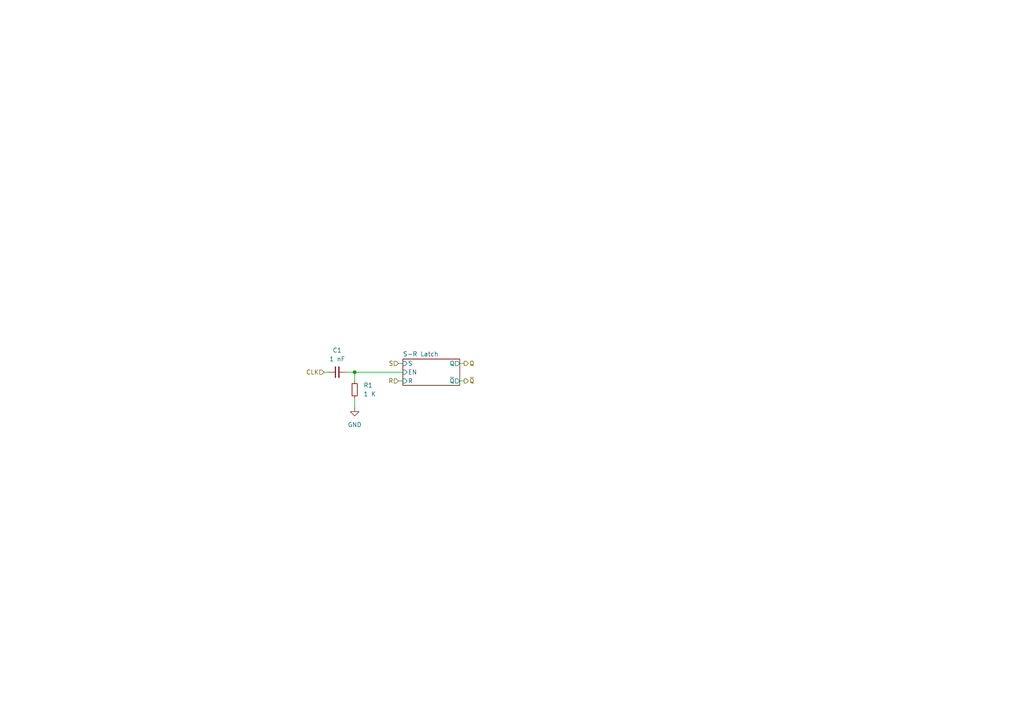
<source format=kicad_sch>
(kicad_sch (version 20250114) (generator "eeschema") (generator_version "9.0")
  (paper "A4")
  (lib_symbols
    (symbol "Device:C_Small" (pin_numbers (hide yes)) (pin_names (offset 0.254) (hide yes))
      (property "Reference" "C" (at 0.254 1.778 0))
      (property "Value" "C_Small" (at 0.254 -2.032 0))
      (symbol "C_Small_0_1"
        (polyline (pts (xy -1.524 0.508) (xy 1.524 0.508)) (stroke (width 0.3048)))
        (polyline (pts (xy -1.524 -0.508) (xy 1.524 -0.508)) (stroke (width 0.3302)))
      )
      (symbol "C_Small_1_1"
        (pin passive line (at 0 2.54 270) (length 2.032) (name "~") (number "1"))
        (pin passive line (at 0 -2.54 90) (length 2.032) (name "~") (number "2"))
      )
    )
    (symbol "Device:R_Small" (pin_numbers (hide yes)) (pin_names (offset 0.254) (hide yes))
      (property "Reference" "R" (at 0.762 0.508 0))
      (property "Value" "R_Small" (at 0.762 -1.016 0))
      (symbol "R_Small_0_1"
        (rectangle (start -0.762 1.778) (end 0.762 -1.778) (stroke (width 0.2032)))
      )
      (symbol "R_Small_1_1"
        (pin passive line (at 0 2.54 270) (length 0.762) (name "~") (number "1"))
        (pin passive line (at 0 -2.54 90) (length 0.762) (name "~") (number "2"))
      )
    )
    (symbol "power:GND" (power) (pin_numbers (hide yes)) (pin_names (offset 0) (hide yes))
      (property "Value" "GND" (at 0 -3.81 0))
      (symbol "GND_0_1"
        (polyline (pts (xy 0 0) (xy 0 -1.27) (xy 1.27 -1.27) (xy 0 -2.54) (xy -1.27 -1.27) (xy 0 -1.27)))
      )
      (symbol "GND_1_1"
        (pin power_in line (at 0 0 270) (length 0) (name "~") (number "1"))
      )
    )
  )
  (junction (at 102.87 107.95))
  (wire (pts (xy 115.57 105.41) (xy 116.84 105.41)))
  (wire (pts (xy 134.62 105.41) (xy 133.35 105.41)))
  (wire (pts (xy 134.62 110.49) (xy 133.35 110.49)))
  (wire (pts (xy 115.57 110.49) (xy 116.84 110.49)))
  (wire (pts (xy 102.87 107.95) (xy 116.84 107.95)))
  (wire (pts (xy 93.98 107.95) (xy 95.25 107.95)))
  (wire (pts (xy 100.33 107.95) (xy 102.87 107.95)))
  (wire (pts (xy 102.87 115.57) (xy 102.87 118.11)))
  (wire (pts (xy 102.87 107.95) (xy 102.87 110.49)))
  (hierarchical_label "CLK" (shape input) (at 93.98 107.95 180))
  (hierarchical_label "Q" (shape output) (at 134.62 105.41 0))
  (hierarchical_label "R" (shape input) (at 115.57 110.49 180))
  (hierarchical_label "S" (shape input) (at 115.57 105.41 180))
  (hierarchical_label "~{Q}" (shape output) (at 134.62 110.49 0))
  (symbol (lib_id "Device:R_Small") (at 102.87 113.03 0) (unit 1)
    (property "Reference" "R1" (at 105.41 111.7599 0) (effects (justify left)))
    (property "Value" "1 K" (at 105.41 114.2999 0) (effects (justify left)))
    (property "Description" "Resistor, small symbol" (effects (hide yes)))
  )
  (symbol (lib_id "power:GND") (at 102.87 118.11 0) (unit 1)
    (property "Reference" "#PWR03" (effects (hide yes)))
    (property "Value" "GND" (at 102.87 123.19 0))
    (property "Description" "Power symbol creates a global label with name \"GND\" , ground" (effects (hide yes)))
  )
  (symbol (lib_id "Device:C_Small") (at 97.79 107.95 90) (unit 1)
    (property "Reference" "C1" (at 97.7963 101.6 90))
    (property "Value" "1 nF" (at 97.7963 104.14 90))
    (property "Description" "Unpolarized capacitor, small symbol" (effects (hide yes)))
  )
  (sheet (at 116.84 104.14) (size 16.51 7.62) (stroke (width 0.1524))
    (property "Sheetname" "S-R Latch" (at 116.84 103.4284 0) (effects (justify left bottom)))
    (property "Sheetfile" "sr-latch.kicad_sch" (effects (hide yes)))
    (pin "EN" input (at 116.84 107.95 180))
    (pin "Q" output (at 133.35 105.41 0))
    (pin "R" input (at 116.84 110.49 180))
    (pin "S" input (at 116.84 105.41 180))
    (pin "~{Q}" output (at 133.35 110.49 0))
  )
)
</source>
